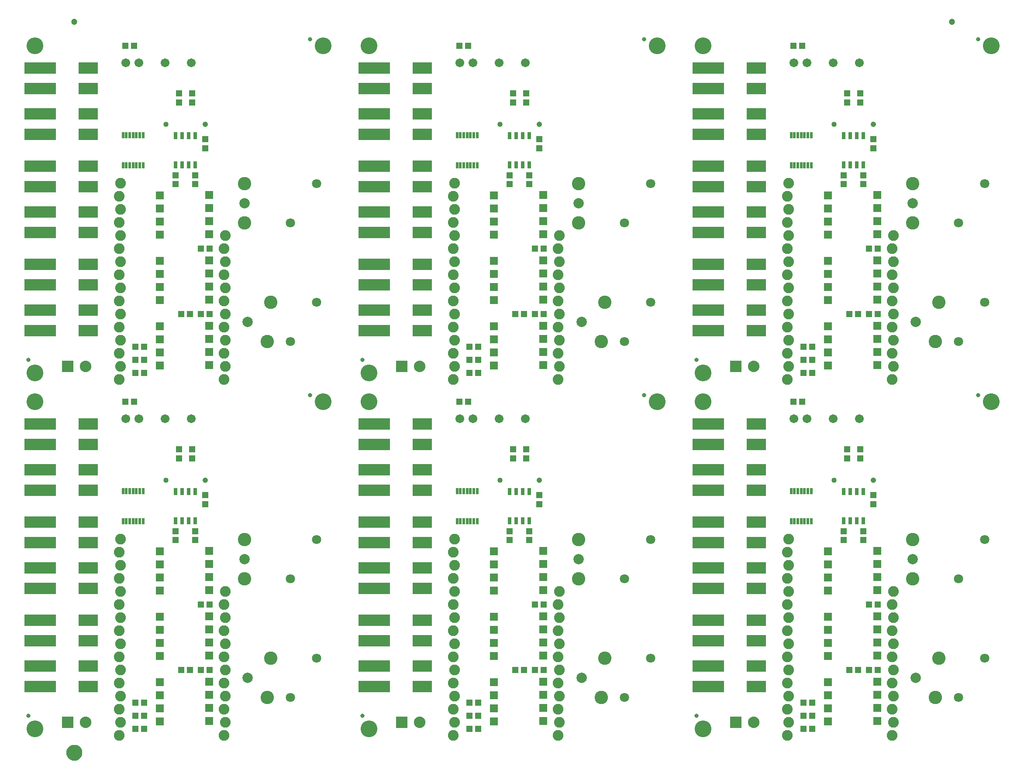
<source format=gts>
G75*
%MOIN*%
%OFA0B0*%
%FSLAX25Y25*%
%IPPOS*%
%LPD*%
%AMOC8*
5,1,8,0,0,1.08239X$1,22.5*
%
%ADD10C,0.08200*%
%ADD11R,0.06312X0.05918*%
%ADD12R,0.03162X0.05524*%
%ADD13C,0.04000*%
%ADD14C,0.04123*%
%ADD15R,0.04737X0.05131*%
%ADD16C,0.06706*%
%ADD17R,0.05131X0.04737*%
%ADD18C,0.07887*%
%ADD19C,0.10250*%
%ADD20C,0.07100*%
%ADD21R,0.14580X0.08674*%
%ADD22R,0.24422X0.08674*%
%ADD23R,0.08800X0.08800*%
%ADD24C,0.08800*%
%ADD25R,0.02000X0.04700*%
%ADD26C,0.12800*%
%ADD27C,0.03300*%
%ADD28C,0.04737*%
%ADD29C,0.05000*%
D10*
X0103150Y0033750D03*
X0104150Y0043750D03*
X0103150Y0053750D03*
X0104150Y0063750D03*
X0103150Y0073750D03*
X0104150Y0083750D03*
X0103150Y0093750D03*
X0104150Y0103750D03*
X0103150Y0113750D03*
X0104150Y0123750D03*
X0103150Y0133750D03*
X0104150Y0143750D03*
X0103150Y0153750D03*
X0104150Y0163750D03*
X0103150Y0173750D03*
X0104150Y0183750D03*
X0184150Y0143750D03*
X0183150Y0133750D03*
X0184150Y0123750D03*
X0183150Y0113750D03*
X0184150Y0103750D03*
X0183150Y0093750D03*
X0184150Y0083750D03*
X0183150Y0073750D03*
X0184150Y0063750D03*
X0183150Y0053750D03*
X0184150Y0043750D03*
X0183150Y0033750D03*
X0358150Y0033750D03*
X0359150Y0043750D03*
X0358150Y0053750D03*
X0359150Y0063750D03*
X0358150Y0073750D03*
X0359150Y0083750D03*
X0358150Y0093750D03*
X0359150Y0103750D03*
X0358150Y0113750D03*
X0359150Y0123750D03*
X0358150Y0133750D03*
X0359150Y0143750D03*
X0358150Y0153750D03*
X0359150Y0163750D03*
X0358150Y0173750D03*
X0359150Y0183750D03*
X0438150Y0133750D03*
X0439150Y0143750D03*
X0439150Y0123750D03*
X0438150Y0113750D03*
X0439150Y0103750D03*
X0438150Y0093750D03*
X0439150Y0083750D03*
X0438150Y0073750D03*
X0439150Y0063750D03*
X0438150Y0053750D03*
X0439150Y0043750D03*
X0438150Y0033750D03*
X0613150Y0033750D03*
X0614150Y0043750D03*
X0613150Y0053750D03*
X0614150Y0063750D03*
X0613150Y0073750D03*
X0614150Y0083750D03*
X0613150Y0093750D03*
X0614150Y0103750D03*
X0613150Y0113750D03*
X0614150Y0123750D03*
X0613150Y0133750D03*
X0614150Y0143750D03*
X0613150Y0153750D03*
X0614150Y0163750D03*
X0613150Y0173750D03*
X0614150Y0183750D03*
X0694150Y0143750D03*
X0693150Y0133750D03*
X0694150Y0123750D03*
X0693150Y0113750D03*
X0694150Y0103750D03*
X0693150Y0093750D03*
X0694150Y0083750D03*
X0693150Y0073750D03*
X0694150Y0063750D03*
X0693150Y0053750D03*
X0694150Y0043750D03*
X0693150Y0033750D03*
X0693150Y0305750D03*
X0694150Y0315750D03*
X0693150Y0325750D03*
X0694150Y0335750D03*
X0693150Y0345750D03*
X0694150Y0355750D03*
X0693150Y0365750D03*
X0694150Y0375750D03*
X0693150Y0385750D03*
X0694150Y0395750D03*
X0693150Y0405750D03*
X0694150Y0415750D03*
X0614150Y0415750D03*
X0613150Y0405750D03*
X0614150Y0395750D03*
X0613150Y0385750D03*
X0614150Y0375750D03*
X0613150Y0365750D03*
X0614150Y0355750D03*
X0613150Y0345750D03*
X0614150Y0335750D03*
X0613150Y0325750D03*
X0614150Y0315750D03*
X0613150Y0305750D03*
X0613150Y0425750D03*
X0614150Y0435750D03*
X0613150Y0445750D03*
X0614150Y0455750D03*
X0439150Y0415750D03*
X0438150Y0405750D03*
X0439150Y0395750D03*
X0438150Y0385750D03*
X0439150Y0375750D03*
X0438150Y0365750D03*
X0439150Y0355750D03*
X0438150Y0345750D03*
X0439150Y0335750D03*
X0438150Y0325750D03*
X0439150Y0315750D03*
X0438150Y0305750D03*
X0359150Y0315750D03*
X0358150Y0325750D03*
X0359150Y0335750D03*
X0358150Y0345750D03*
X0359150Y0355750D03*
X0358150Y0365750D03*
X0359150Y0375750D03*
X0358150Y0385750D03*
X0359150Y0395750D03*
X0358150Y0405750D03*
X0359150Y0415750D03*
X0358150Y0425750D03*
X0359150Y0435750D03*
X0358150Y0445750D03*
X0359150Y0455750D03*
X0184150Y0415750D03*
X0183150Y0405750D03*
X0184150Y0395750D03*
X0183150Y0385750D03*
X0184150Y0375750D03*
X0183150Y0365750D03*
X0184150Y0355750D03*
X0183150Y0345750D03*
X0184150Y0335750D03*
X0183150Y0325750D03*
X0184150Y0315750D03*
X0183150Y0305750D03*
X0104150Y0315750D03*
X0103150Y0325750D03*
X0104150Y0335750D03*
X0103150Y0345750D03*
X0104150Y0355750D03*
X0103150Y0365750D03*
X0104150Y0375750D03*
X0103150Y0385750D03*
X0104150Y0395750D03*
X0103150Y0405750D03*
X0104150Y0415750D03*
X0103150Y0425750D03*
X0104150Y0435750D03*
X0103150Y0445750D03*
X0104150Y0455750D03*
X0103150Y0305750D03*
X0358150Y0305750D03*
D11*
X0389122Y0316341D03*
X0389122Y0326341D03*
X0389122Y0336341D03*
X0389122Y0346341D03*
X0389122Y0366341D03*
X0389122Y0376341D03*
X0389122Y0386341D03*
X0389122Y0396341D03*
X0389119Y0416384D03*
X0389119Y0426384D03*
X0389119Y0436384D03*
X0389119Y0446384D03*
X0426678Y0446659D03*
X0426678Y0436659D03*
X0426678Y0426659D03*
X0426678Y0416659D03*
X0426681Y0396616D03*
X0426681Y0386616D03*
X0426681Y0376616D03*
X0426681Y0366616D03*
X0426681Y0346616D03*
X0426681Y0336616D03*
X0426681Y0326616D03*
X0426681Y0316616D03*
X0426678Y0174659D03*
X0426678Y0164659D03*
X0426678Y0154659D03*
X0426678Y0144659D03*
X0426681Y0124616D03*
X0426681Y0114616D03*
X0426681Y0104616D03*
X0426681Y0094616D03*
X0426681Y0074616D03*
X0426681Y0064616D03*
X0426681Y0054616D03*
X0426681Y0044616D03*
X0389122Y0044341D03*
X0389122Y0054341D03*
X0389122Y0064341D03*
X0389122Y0074341D03*
X0389122Y0094341D03*
X0389122Y0104341D03*
X0389122Y0114341D03*
X0389122Y0124341D03*
X0389119Y0144384D03*
X0389119Y0154384D03*
X0389119Y0164384D03*
X0389119Y0174384D03*
X0171678Y0174659D03*
X0171678Y0164659D03*
X0171678Y0154659D03*
X0171678Y0144659D03*
X0171681Y0124616D03*
X0171681Y0114616D03*
X0171681Y0104616D03*
X0171681Y0094616D03*
X0171681Y0074616D03*
X0171681Y0064616D03*
X0171681Y0054616D03*
X0171681Y0044616D03*
X0134122Y0044341D03*
X0134122Y0054341D03*
X0134122Y0064341D03*
X0134122Y0074341D03*
X0134122Y0094341D03*
X0134122Y0104341D03*
X0134122Y0114341D03*
X0134122Y0124341D03*
X0134119Y0144384D03*
X0134119Y0154384D03*
X0134119Y0164384D03*
X0134119Y0174384D03*
X0134122Y0316341D03*
X0134122Y0326341D03*
X0134122Y0336341D03*
X0134122Y0346341D03*
X0134122Y0366341D03*
X0134122Y0376341D03*
X0134122Y0386341D03*
X0134122Y0396341D03*
X0134119Y0416384D03*
X0134119Y0426384D03*
X0134119Y0436384D03*
X0134119Y0446384D03*
X0171678Y0446659D03*
X0171678Y0436659D03*
X0171678Y0426659D03*
X0171678Y0416659D03*
X0171681Y0396616D03*
X0171681Y0386616D03*
X0171681Y0376616D03*
X0171681Y0366616D03*
X0171681Y0346616D03*
X0171681Y0336616D03*
X0171681Y0326616D03*
X0171681Y0316616D03*
X0644122Y0316341D03*
X0644122Y0326341D03*
X0644122Y0336341D03*
X0644122Y0346341D03*
X0644122Y0366341D03*
X0644122Y0376341D03*
X0644122Y0386341D03*
X0644122Y0396341D03*
X0644119Y0416384D03*
X0644119Y0426384D03*
X0644119Y0436384D03*
X0644119Y0446384D03*
X0681678Y0446659D03*
X0681678Y0436659D03*
X0681678Y0426659D03*
X0681678Y0416659D03*
X0681681Y0396616D03*
X0681681Y0386616D03*
X0681681Y0376616D03*
X0681681Y0366616D03*
X0681681Y0346616D03*
X0681681Y0336616D03*
X0681681Y0326616D03*
X0681681Y0316616D03*
X0681678Y0174659D03*
X0681678Y0164659D03*
X0681678Y0154659D03*
X0681678Y0144659D03*
X0681681Y0124616D03*
X0681681Y0114616D03*
X0681681Y0104616D03*
X0681681Y0094616D03*
X0681681Y0074616D03*
X0681681Y0064616D03*
X0681681Y0054616D03*
X0681681Y0044616D03*
X0644122Y0044341D03*
X0644122Y0054341D03*
X0644122Y0064341D03*
X0644122Y0074341D03*
X0644122Y0094341D03*
X0644122Y0104341D03*
X0644122Y0114341D03*
X0644122Y0124341D03*
X0644119Y0144384D03*
X0644119Y0154384D03*
X0644119Y0164384D03*
X0644119Y0174384D03*
D12*
X0656150Y0197726D03*
X0661150Y0197726D03*
X0666150Y0197726D03*
X0671150Y0197726D03*
X0671150Y0219774D03*
X0666150Y0219774D03*
X0661150Y0219774D03*
X0656150Y0219774D03*
X0416150Y0219774D03*
X0411150Y0219774D03*
X0406150Y0219774D03*
X0401150Y0219774D03*
X0401150Y0197726D03*
X0406150Y0197726D03*
X0411150Y0197726D03*
X0416150Y0197726D03*
X0161150Y0197726D03*
X0156150Y0197726D03*
X0151150Y0197726D03*
X0146150Y0197726D03*
X0146150Y0219774D03*
X0151150Y0219774D03*
X0156150Y0219774D03*
X0161150Y0219774D03*
X0161150Y0469726D03*
X0156150Y0469726D03*
X0151150Y0469726D03*
X0146150Y0469726D03*
X0146150Y0491774D03*
X0151150Y0491774D03*
X0156150Y0491774D03*
X0161150Y0491774D03*
X0401150Y0491774D03*
X0406150Y0491774D03*
X0411150Y0491774D03*
X0416150Y0491774D03*
X0416150Y0469726D03*
X0411150Y0469726D03*
X0406150Y0469726D03*
X0401150Y0469726D03*
X0656150Y0469726D03*
X0661150Y0469726D03*
X0666150Y0469726D03*
X0671150Y0469726D03*
X0671150Y0491774D03*
X0666150Y0491774D03*
X0661150Y0491774D03*
X0656150Y0491774D03*
D13*
X0648650Y0500750D03*
X0393650Y0500750D03*
X0138650Y0500750D03*
X0138650Y0228750D03*
X0393650Y0228750D03*
X0648650Y0228750D03*
D14*
X0678650Y0228750D03*
X0423650Y0228750D03*
X0168650Y0228750D03*
X0168650Y0500750D03*
X0423650Y0500750D03*
X0678650Y0500750D03*
D15*
X0678650Y0489096D03*
X0678650Y0482404D03*
X0671150Y0461596D03*
X0671150Y0454904D03*
X0656150Y0454904D03*
X0656150Y0461596D03*
X0658650Y0517404D03*
X0658650Y0524096D03*
X0668650Y0524096D03*
X0668650Y0517404D03*
X0423650Y0489096D03*
X0423650Y0482404D03*
X0416150Y0461596D03*
X0416150Y0454904D03*
X0401150Y0454904D03*
X0401150Y0461596D03*
X0403650Y0517404D03*
X0403650Y0524096D03*
X0413650Y0524096D03*
X0413650Y0517404D03*
X0168650Y0489096D03*
X0168650Y0482404D03*
X0161150Y0461596D03*
X0161150Y0454904D03*
X0146150Y0454904D03*
X0146150Y0461596D03*
X0148650Y0517404D03*
X0148650Y0524096D03*
X0158650Y0524096D03*
X0158650Y0517404D03*
X0158650Y0252096D03*
X0158650Y0245404D03*
X0148650Y0245404D03*
X0148650Y0252096D03*
X0168650Y0217096D03*
X0168650Y0210404D03*
X0161150Y0189596D03*
X0161150Y0182904D03*
X0146150Y0182904D03*
X0146150Y0189596D03*
X0401150Y0189596D03*
X0401150Y0182904D03*
X0416150Y0182904D03*
X0416150Y0189596D03*
X0423650Y0210404D03*
X0423650Y0217096D03*
X0413650Y0245404D03*
X0413650Y0252096D03*
X0403650Y0252096D03*
X0403650Y0245404D03*
X0658650Y0245404D03*
X0658650Y0252096D03*
X0668650Y0252096D03*
X0668650Y0245404D03*
X0678650Y0217096D03*
X0678650Y0210404D03*
X0671150Y0189596D03*
X0671150Y0182904D03*
X0656150Y0182904D03*
X0656150Y0189596D03*
D16*
X0647941Y0275561D03*
X0627941Y0275561D03*
X0617941Y0275561D03*
X0667941Y0275561D03*
X0412941Y0275561D03*
X0392941Y0275561D03*
X0372941Y0275561D03*
X0362941Y0275561D03*
X0157941Y0275561D03*
X0137941Y0275561D03*
X0117941Y0275561D03*
X0107941Y0275561D03*
X0068650Y0020500D03*
X0107941Y0547561D03*
X0117941Y0547561D03*
X0137941Y0547561D03*
X0157941Y0547561D03*
X0362941Y0547561D03*
X0372941Y0547561D03*
X0392941Y0547561D03*
X0412941Y0547561D03*
X0617941Y0547561D03*
X0627941Y0547561D03*
X0647941Y0547561D03*
X0667941Y0547561D03*
D17*
X0624496Y0560750D03*
X0617804Y0560750D03*
X0675304Y0405750D03*
X0681996Y0405750D03*
X0681996Y0355750D03*
X0675304Y0355750D03*
X0666996Y0355750D03*
X0660304Y0355750D03*
X0631996Y0330750D03*
X0625304Y0330750D03*
X0625304Y0320750D03*
X0631996Y0320750D03*
X0631996Y0310750D03*
X0625304Y0310750D03*
X0624496Y0288750D03*
X0617804Y0288750D03*
X0426996Y0355750D03*
X0420304Y0355750D03*
X0411996Y0355750D03*
X0405304Y0355750D03*
X0376996Y0330750D03*
X0370304Y0330750D03*
X0370304Y0320750D03*
X0376996Y0320750D03*
X0376996Y0310750D03*
X0370304Y0310750D03*
X0369496Y0288750D03*
X0362804Y0288750D03*
X0420304Y0405750D03*
X0426996Y0405750D03*
X0369496Y0560750D03*
X0362804Y0560750D03*
X0171996Y0405750D03*
X0165304Y0405750D03*
X0165304Y0355750D03*
X0171996Y0355750D03*
X0156996Y0355750D03*
X0150304Y0355750D03*
X0121996Y0330750D03*
X0115304Y0330750D03*
X0115304Y0320750D03*
X0121996Y0320750D03*
X0121996Y0310750D03*
X0115304Y0310750D03*
X0114496Y0288750D03*
X0107804Y0288750D03*
X0165304Y0133750D03*
X0171996Y0133750D03*
X0171996Y0083750D03*
X0165304Y0083750D03*
X0156996Y0083750D03*
X0150304Y0083750D03*
X0121996Y0058750D03*
X0115304Y0058750D03*
X0115304Y0048750D03*
X0121996Y0048750D03*
X0121996Y0038750D03*
X0115304Y0038750D03*
X0370304Y0038750D03*
X0376996Y0038750D03*
X0376996Y0048750D03*
X0370304Y0048750D03*
X0370304Y0058750D03*
X0376996Y0058750D03*
X0405304Y0083750D03*
X0411996Y0083750D03*
X0420304Y0083750D03*
X0426996Y0083750D03*
X0426996Y0133750D03*
X0420304Y0133750D03*
X0625304Y0058750D03*
X0631996Y0058750D03*
X0631996Y0048750D03*
X0625304Y0048750D03*
X0625304Y0038750D03*
X0631996Y0038750D03*
X0660304Y0083750D03*
X0666996Y0083750D03*
X0675304Y0083750D03*
X0681996Y0083750D03*
X0681996Y0133750D03*
X0675304Y0133750D03*
X0114496Y0560750D03*
X0107804Y0560750D03*
D18*
X0198650Y0440199D03*
X0201150Y0349699D03*
X0456150Y0349699D03*
X0453650Y0440199D03*
X0708650Y0440199D03*
X0711150Y0349699D03*
X0708650Y0168199D03*
X0711150Y0077699D03*
X0456150Y0077699D03*
X0453650Y0168199D03*
X0198650Y0168199D03*
X0201150Y0077699D03*
D19*
X0218650Y0092699D03*
X0216150Y0062699D03*
X0198650Y0153199D03*
X0198650Y0183199D03*
X0216150Y0334699D03*
X0218650Y0364699D03*
X0198650Y0425199D03*
X0198650Y0455199D03*
X0453650Y0455199D03*
X0453650Y0425199D03*
X0473650Y0364699D03*
X0471150Y0334699D03*
X0453650Y0183199D03*
X0453650Y0153199D03*
X0473650Y0092699D03*
X0471150Y0062699D03*
X0708650Y0153199D03*
X0708650Y0183199D03*
X0728650Y0092699D03*
X0726150Y0062699D03*
X0726150Y0334699D03*
X0728650Y0364699D03*
X0708650Y0425199D03*
X0708650Y0455199D03*
D20*
X0743650Y0425199D03*
X0763650Y0455199D03*
X0763650Y0364699D03*
X0743650Y0334699D03*
X0763650Y0183199D03*
X0743650Y0153199D03*
X0763650Y0092699D03*
X0743650Y0062699D03*
X0508650Y0092699D03*
X0488650Y0062699D03*
X0488650Y0153199D03*
X0508650Y0183199D03*
X0488650Y0334699D03*
X0508650Y0364699D03*
X0488650Y0425199D03*
X0508650Y0455199D03*
X0253650Y0455199D03*
X0233650Y0425199D03*
X0253650Y0364699D03*
X0233650Y0334699D03*
X0253650Y0183199D03*
X0233650Y0153199D03*
X0253650Y0092699D03*
X0233650Y0062699D03*
D21*
X0334319Y0070876D03*
X0334319Y0086624D03*
X0334319Y0105876D03*
X0334319Y0121624D03*
X0334319Y0145876D03*
X0334319Y0161624D03*
X0334319Y0180876D03*
X0334319Y0196624D03*
X0334319Y0220876D03*
X0334319Y0236624D03*
X0334319Y0255876D03*
X0334319Y0271624D03*
X0334319Y0342876D03*
X0334319Y0358624D03*
X0334319Y0377876D03*
X0334319Y0393624D03*
X0334319Y0417876D03*
X0334319Y0433624D03*
X0334319Y0452876D03*
X0334319Y0468624D03*
X0334319Y0492876D03*
X0334319Y0508624D03*
X0334319Y0527876D03*
X0334319Y0543624D03*
X0589319Y0543624D03*
X0589319Y0527876D03*
X0589319Y0508624D03*
X0589319Y0492876D03*
X0589319Y0468624D03*
X0589319Y0452876D03*
X0589319Y0433624D03*
X0589319Y0417876D03*
X0589319Y0393624D03*
X0589319Y0377876D03*
X0589319Y0358624D03*
X0589319Y0342876D03*
X0589319Y0271624D03*
X0589319Y0255876D03*
X0589319Y0236624D03*
X0589319Y0220876D03*
X0589319Y0196624D03*
X0589319Y0180876D03*
X0589319Y0161624D03*
X0589319Y0145876D03*
X0589319Y0121624D03*
X0589319Y0105876D03*
X0589319Y0086624D03*
X0589319Y0070876D03*
X0079319Y0070876D03*
X0079319Y0086624D03*
X0079319Y0105876D03*
X0079319Y0121624D03*
X0079319Y0145876D03*
X0079319Y0161624D03*
X0079319Y0180876D03*
X0079319Y0196624D03*
X0079319Y0220876D03*
X0079319Y0236624D03*
X0079319Y0255876D03*
X0079319Y0271624D03*
X0079319Y0342876D03*
X0079319Y0358624D03*
X0079319Y0377876D03*
X0079319Y0393624D03*
X0079319Y0417876D03*
X0079319Y0433624D03*
X0079319Y0452876D03*
X0079319Y0468624D03*
X0079319Y0492876D03*
X0079319Y0508624D03*
X0079319Y0527876D03*
X0079319Y0543624D03*
D22*
X0042902Y0543624D03*
X0042902Y0527876D03*
X0042902Y0508624D03*
X0042902Y0492876D03*
X0042902Y0468624D03*
X0042902Y0452876D03*
X0042902Y0433624D03*
X0042902Y0417876D03*
X0042902Y0393624D03*
X0042902Y0377876D03*
X0042902Y0358624D03*
X0042902Y0342876D03*
X0042902Y0271624D03*
X0042902Y0255876D03*
X0042902Y0236624D03*
X0042902Y0220876D03*
X0042902Y0196624D03*
X0042902Y0180876D03*
X0042902Y0161624D03*
X0042902Y0145876D03*
X0042902Y0121624D03*
X0042902Y0105876D03*
X0042902Y0086624D03*
X0042902Y0070876D03*
X0297902Y0070876D03*
X0297902Y0086624D03*
X0297902Y0105876D03*
X0297902Y0121624D03*
X0297902Y0145876D03*
X0297902Y0161624D03*
X0297902Y0180876D03*
X0297902Y0196624D03*
X0297902Y0220876D03*
X0297902Y0236624D03*
X0297902Y0255876D03*
X0297902Y0271624D03*
X0297902Y0342876D03*
X0297902Y0358624D03*
X0297902Y0377876D03*
X0297902Y0393624D03*
X0297902Y0417876D03*
X0297902Y0433624D03*
X0297902Y0452876D03*
X0297902Y0468624D03*
X0297902Y0492876D03*
X0297902Y0508624D03*
X0297902Y0527876D03*
X0297902Y0543624D03*
X0552902Y0543624D03*
X0552902Y0527876D03*
X0552902Y0508624D03*
X0552902Y0492876D03*
X0552902Y0468624D03*
X0552902Y0452876D03*
X0552902Y0433624D03*
X0552902Y0417876D03*
X0552902Y0393624D03*
X0552902Y0377876D03*
X0552902Y0358624D03*
X0552902Y0342876D03*
X0552902Y0271624D03*
X0552902Y0255876D03*
X0552902Y0236624D03*
X0552902Y0220876D03*
X0552902Y0196624D03*
X0552902Y0180876D03*
X0552902Y0161624D03*
X0552902Y0145876D03*
X0552902Y0121624D03*
X0552902Y0105876D03*
X0552902Y0086624D03*
X0552902Y0070876D03*
D23*
X0573650Y0043750D03*
X0318650Y0043750D03*
X0063650Y0043750D03*
X0063650Y0315750D03*
X0318650Y0315750D03*
X0573650Y0315750D03*
D24*
X0587430Y0315750D03*
X0332430Y0315750D03*
X0077430Y0315750D03*
X0077430Y0043750D03*
X0332430Y0043750D03*
X0587430Y0043750D03*
D25*
X0615973Y0197263D03*
X0618532Y0197263D03*
X0621091Y0197263D03*
X0623650Y0197263D03*
X0626209Y0197263D03*
X0628768Y0197263D03*
X0631327Y0197263D03*
X0631327Y0220237D03*
X0628768Y0220237D03*
X0626209Y0220237D03*
X0623650Y0220237D03*
X0621091Y0220237D03*
X0618532Y0220237D03*
X0615973Y0220237D03*
X0376327Y0220237D03*
X0373768Y0220237D03*
X0371209Y0220237D03*
X0368650Y0220237D03*
X0366091Y0220237D03*
X0363532Y0220237D03*
X0360973Y0220237D03*
X0360973Y0197263D03*
X0363532Y0197263D03*
X0366091Y0197263D03*
X0368650Y0197263D03*
X0371209Y0197263D03*
X0373768Y0197263D03*
X0376327Y0197263D03*
X0121327Y0197263D03*
X0118768Y0197263D03*
X0116209Y0197263D03*
X0113650Y0197263D03*
X0111091Y0197263D03*
X0108532Y0197263D03*
X0105973Y0197263D03*
X0105973Y0220237D03*
X0108532Y0220237D03*
X0111091Y0220237D03*
X0113650Y0220237D03*
X0116209Y0220237D03*
X0118768Y0220237D03*
X0121327Y0220237D03*
X0121327Y0469263D03*
X0118768Y0469263D03*
X0116209Y0469263D03*
X0113650Y0469263D03*
X0111091Y0469263D03*
X0108532Y0469263D03*
X0105973Y0469263D03*
X0105973Y0492237D03*
X0108532Y0492237D03*
X0111091Y0492237D03*
X0113650Y0492237D03*
X0116209Y0492237D03*
X0118768Y0492237D03*
X0121327Y0492237D03*
X0360973Y0492237D03*
X0363532Y0492237D03*
X0366091Y0492237D03*
X0368650Y0492237D03*
X0371209Y0492237D03*
X0373768Y0492237D03*
X0376327Y0492237D03*
X0376327Y0469263D03*
X0373768Y0469263D03*
X0371209Y0469263D03*
X0368650Y0469263D03*
X0366091Y0469263D03*
X0363532Y0469263D03*
X0360973Y0469263D03*
X0615973Y0469263D03*
X0618532Y0469263D03*
X0621091Y0469263D03*
X0623650Y0469263D03*
X0626209Y0469263D03*
X0628768Y0469263D03*
X0631327Y0469263D03*
X0631327Y0492237D03*
X0628768Y0492237D03*
X0626209Y0492237D03*
X0623650Y0492237D03*
X0621091Y0492237D03*
X0618532Y0492237D03*
X0615973Y0492237D03*
D26*
X0038650Y0038750D03*
X0293650Y0038750D03*
X0548650Y0038750D03*
X0548650Y0288750D03*
X0548650Y0310750D03*
X0513650Y0288750D03*
X0293650Y0288750D03*
X0293650Y0310750D03*
X0258650Y0288750D03*
X0038650Y0288750D03*
X0038650Y0310750D03*
X0038650Y0560750D03*
X0258650Y0560750D03*
X0293650Y0560750D03*
X0513650Y0560750D03*
X0548650Y0560750D03*
X0768650Y0560750D03*
X0768650Y0288750D03*
D27*
X0758650Y0293750D03*
X0543650Y0320750D03*
X0503650Y0293750D03*
X0288650Y0320750D03*
X0248650Y0293750D03*
X0033650Y0320750D03*
X0248650Y0565750D03*
X0503650Y0565750D03*
X0758650Y0565750D03*
X0543650Y0048750D03*
X0288650Y0048750D03*
X0033650Y0048750D03*
D28*
X0068650Y0579000D03*
X0738650Y0579000D03*
D29*
X0065085Y0020500D02*
X0065087Y0020619D01*
X0065093Y0020738D01*
X0065103Y0020857D01*
X0065117Y0020975D01*
X0065135Y0021093D01*
X0065156Y0021210D01*
X0065182Y0021326D01*
X0065212Y0021442D01*
X0065245Y0021556D01*
X0065282Y0021669D01*
X0065323Y0021781D01*
X0065368Y0021892D01*
X0065416Y0022001D01*
X0065468Y0022108D01*
X0065524Y0022213D01*
X0065583Y0022317D01*
X0065645Y0022418D01*
X0065711Y0022518D01*
X0065780Y0022615D01*
X0065852Y0022709D01*
X0065928Y0022802D01*
X0066006Y0022891D01*
X0066087Y0022978D01*
X0066172Y0023063D01*
X0066259Y0023144D01*
X0066348Y0023222D01*
X0066441Y0023298D01*
X0066535Y0023370D01*
X0066632Y0023439D01*
X0066732Y0023505D01*
X0066833Y0023567D01*
X0066937Y0023626D01*
X0067042Y0023682D01*
X0067149Y0023734D01*
X0067258Y0023782D01*
X0067369Y0023827D01*
X0067481Y0023868D01*
X0067594Y0023905D01*
X0067708Y0023938D01*
X0067824Y0023968D01*
X0067940Y0023994D01*
X0068057Y0024015D01*
X0068175Y0024033D01*
X0068293Y0024047D01*
X0068412Y0024057D01*
X0068531Y0024063D01*
X0068650Y0024065D01*
X0068769Y0024063D01*
X0068888Y0024057D01*
X0069007Y0024047D01*
X0069125Y0024033D01*
X0069243Y0024015D01*
X0069360Y0023994D01*
X0069476Y0023968D01*
X0069592Y0023938D01*
X0069706Y0023905D01*
X0069819Y0023868D01*
X0069931Y0023827D01*
X0070042Y0023782D01*
X0070151Y0023734D01*
X0070258Y0023682D01*
X0070363Y0023626D01*
X0070467Y0023567D01*
X0070568Y0023505D01*
X0070668Y0023439D01*
X0070765Y0023370D01*
X0070859Y0023298D01*
X0070952Y0023222D01*
X0071041Y0023144D01*
X0071128Y0023063D01*
X0071213Y0022978D01*
X0071294Y0022891D01*
X0071372Y0022802D01*
X0071448Y0022709D01*
X0071520Y0022615D01*
X0071589Y0022518D01*
X0071655Y0022418D01*
X0071717Y0022317D01*
X0071776Y0022213D01*
X0071832Y0022108D01*
X0071884Y0022001D01*
X0071932Y0021892D01*
X0071977Y0021781D01*
X0072018Y0021669D01*
X0072055Y0021556D01*
X0072088Y0021442D01*
X0072118Y0021326D01*
X0072144Y0021210D01*
X0072165Y0021093D01*
X0072183Y0020975D01*
X0072197Y0020857D01*
X0072207Y0020738D01*
X0072213Y0020619D01*
X0072215Y0020500D01*
X0072213Y0020381D01*
X0072207Y0020262D01*
X0072197Y0020143D01*
X0072183Y0020025D01*
X0072165Y0019907D01*
X0072144Y0019790D01*
X0072118Y0019674D01*
X0072088Y0019558D01*
X0072055Y0019444D01*
X0072018Y0019331D01*
X0071977Y0019219D01*
X0071932Y0019108D01*
X0071884Y0018999D01*
X0071832Y0018892D01*
X0071776Y0018787D01*
X0071717Y0018683D01*
X0071655Y0018582D01*
X0071589Y0018482D01*
X0071520Y0018385D01*
X0071448Y0018291D01*
X0071372Y0018198D01*
X0071294Y0018109D01*
X0071213Y0018022D01*
X0071128Y0017937D01*
X0071041Y0017856D01*
X0070952Y0017778D01*
X0070859Y0017702D01*
X0070765Y0017630D01*
X0070668Y0017561D01*
X0070568Y0017495D01*
X0070467Y0017433D01*
X0070363Y0017374D01*
X0070258Y0017318D01*
X0070151Y0017266D01*
X0070042Y0017218D01*
X0069931Y0017173D01*
X0069819Y0017132D01*
X0069706Y0017095D01*
X0069592Y0017062D01*
X0069476Y0017032D01*
X0069360Y0017006D01*
X0069243Y0016985D01*
X0069125Y0016967D01*
X0069007Y0016953D01*
X0068888Y0016943D01*
X0068769Y0016937D01*
X0068650Y0016935D01*
X0068531Y0016937D01*
X0068412Y0016943D01*
X0068293Y0016953D01*
X0068175Y0016967D01*
X0068057Y0016985D01*
X0067940Y0017006D01*
X0067824Y0017032D01*
X0067708Y0017062D01*
X0067594Y0017095D01*
X0067481Y0017132D01*
X0067369Y0017173D01*
X0067258Y0017218D01*
X0067149Y0017266D01*
X0067042Y0017318D01*
X0066937Y0017374D01*
X0066833Y0017433D01*
X0066732Y0017495D01*
X0066632Y0017561D01*
X0066535Y0017630D01*
X0066441Y0017702D01*
X0066348Y0017778D01*
X0066259Y0017856D01*
X0066172Y0017937D01*
X0066087Y0018022D01*
X0066006Y0018109D01*
X0065928Y0018198D01*
X0065852Y0018291D01*
X0065780Y0018385D01*
X0065711Y0018482D01*
X0065645Y0018582D01*
X0065583Y0018683D01*
X0065524Y0018787D01*
X0065468Y0018892D01*
X0065416Y0018999D01*
X0065368Y0019108D01*
X0065323Y0019219D01*
X0065282Y0019331D01*
X0065245Y0019444D01*
X0065212Y0019558D01*
X0065182Y0019674D01*
X0065156Y0019790D01*
X0065135Y0019907D01*
X0065117Y0020025D01*
X0065103Y0020143D01*
X0065093Y0020262D01*
X0065087Y0020381D01*
X0065085Y0020500D01*
M02*

</source>
